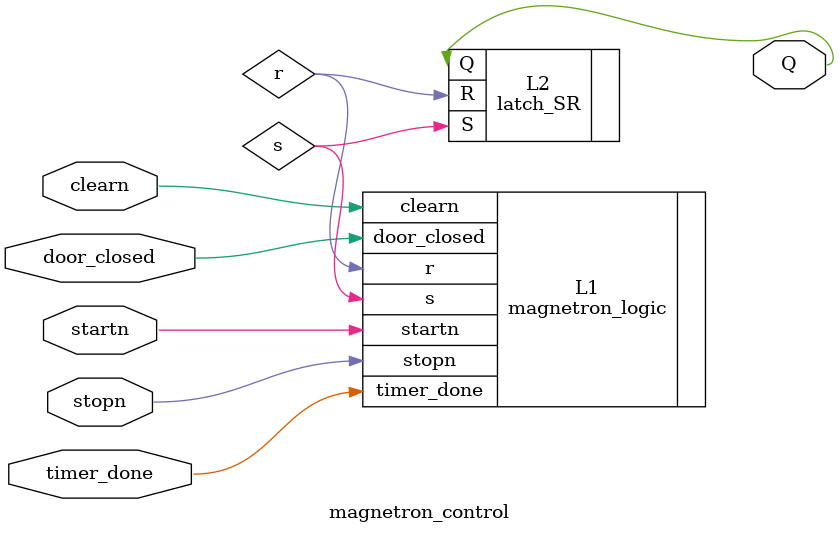
<source format=v>

`include "magnetron/magnetron_logic.v"
`include "latch/latch_SR.v"


module magnetron_control (
    input wire startn, stopn, clearn, door_closed, timer_done, 
    output wire Q);

    wire s, r;

    magnetron_logic L1 (.startn(startn), 
                    .stopn(stopn),
                    .clearn(clearn),
                    .door_closed(door_closed),
                    .timer_done(timer_done),
                    .s(s), 
                    .r(r));
    
    
    latch_SR L2 (.S(s), 
                 .R(r),
                 .Q(Q)); 

endmodule
</source>
